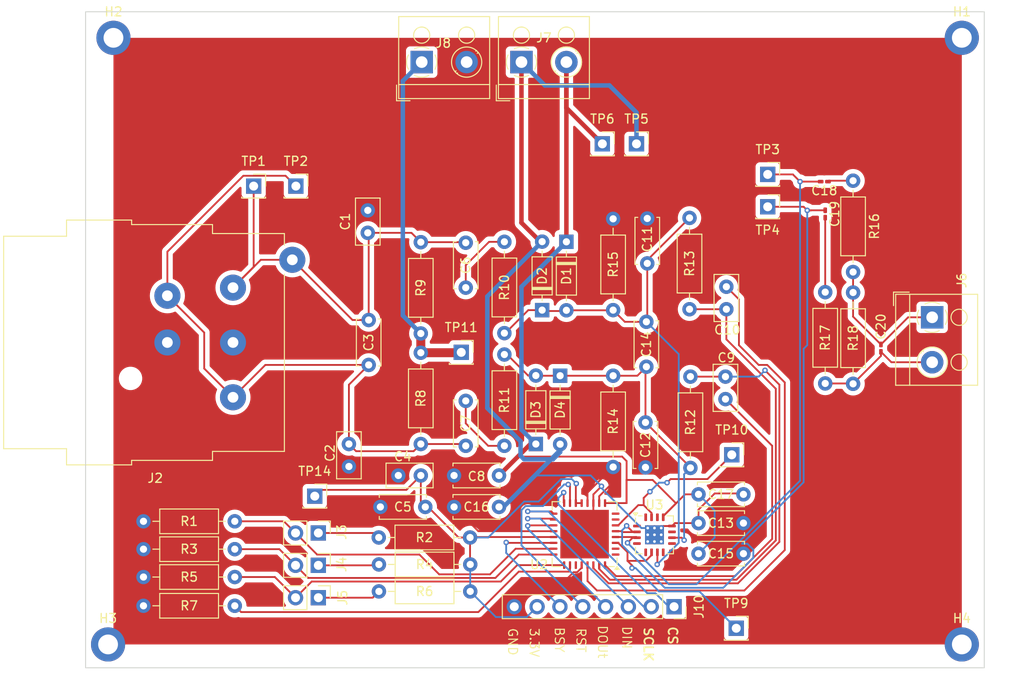
<source format=kicad_pcb>
(kicad_pcb (version 20240108) (generator "pcbnew") (generator_version "8.0")
  (layers (0 "F.Cu" signal) (31 "B.Cu" signal) (34 "B.Paste" user) (35 "F.Paste" user) (36 "B.SilkS" user "B.Silkscreen") (37 "F.SilkS" user "F.Silkscreen") (38 "B.Mask" user) (39 "F.Mask" user) (44 "Edge.Cuts" user))
  (net 0 "")
  (net 1 "-15V")
  (net 2 "+15V")
  (net 3 "Net-(D3-A)")
  (net 4 "GND")
  (net 5 "Net-(J4-Pin_2)")
  (net 6 "Net-(J4-Pin_1)")
  (net 7 "Net-(J5-Pin_1)")
  (net 8 "Net-(J5-Pin_2)")
  (net 9 "out+")
  (net 10 "out-")
  (net 11 "CS")
  (net 12 "Net-(U2B-GPO3)")
  (net 14 "Net-(U2A-SCAP1)")
  (net 15 "Net-(U2A-SOUT2)")
  (net 16 "RST")
  (net 17 "3.3V")
  (net 19 "Net-(U2A-SOUT1)")
  (net 20 "SCLK")
  (net 21 "DOUT")
  (net 25 "DIN")
  (net 26 "BSY")
  (net 27 "Net-(C1-Pad1)")
  (net 28 "Net-(J3-Pin_2)")
  (net 29 "Net-(J3-Pin_1)")
  (net 30 "Net-(C7-Pad1)")
  (net 31 "+48V")
  (net 32 "Net-(D1-A)")
  (net 33 "Net-(C18-Pad2)")
  (net 34 "Net-(C19-Pad2)")
  (net 35 "Net-(J6-Pin_2)")
  (net 36 "Net-(J6-Pin_1)")
  (net 37 "Net-(U2A-Rg2)")
  (net 38 "Net-(U2A-Rg1)")
  (net 39 "Net-(C2-Pad1)")
  (net 40 "Net-(U2A-SCAP2)")
  (net 41 "Net-(C6-Pad1)")
  (footprint "Resistor_THT:R_Axial_DIN0207_L6.3mm_D2.5mm_P10.16mm_Horizontal" (layer "F.Cu") (at 192.8 139.1 180)
    (property "Reference" "R6")
    (property "Value" "4.7k")
  )
  (footprint "Resistor_THT:R_Axial_DIN0207_L6.3mm_D2.5mm_P10.16mm_Horizontal" (layer "F.Cu") (at 187.3 110.4 90)
    (property "Reference" "R9")
    (property "Value" "6.81k")
  )
  (footprint "Resistor_THT:R_Axial_DIN0207_L6.3mm_D2.5mm_P10.16mm_Horizontal" (layer "F.Cu") (at 232.3 105.8 -90)
    (property "Reference" "R17")
    (property "Value" "909")
  )
  (footprint "Connector_PinSocket_2.54mm:PinSocket_1x01_P2.54mm_Vertical" (layer "F.Cu") (at 175.5 128.5)
    (property "Reference" "TP14")
    (property "Value" "TestPoint_Probe")
  )
  (footprint "Capacitor_THT:C_Disc_D5.0mm_W2.5mm_P2.50mm" (layer "F.Cu") (at 221.3 107.7 90)
    (property "Reference" "C10")
    (property "Value" "10u")
  )
  (footprint "Connector_PinSocket_2.54mm:PinSocket_1x08_P2.54mm_Vertical" (layer "F.Cu") (at 215.48 140.8 -90)
    (property "Reference" "J10")
    (property "Value" "Conn_01x08_Pin")
  )
  (footprint "Resistor_THT:R_Axial_DIN0207_L6.3mm_D2.5mm_P10.16mm_Horizontal" (layer "F.Cu") (at 217.2 107.7 90)
    (property "Reference" "R13")
    (property "Value" "1.2Meg")
  )
  (footprint "Capacitor_THT:C_Disc_D5.0mm_W2.5mm_P2.50mm" (layer "F.Cu") (at 187.3 126.2 180)
    (property "Reference" "C4")
    (property "Value" "10u")
  )
  (footprint "Connector_PinSocket_2.54mm:PinSocket_1x01_P2.54mm_Vertical" (layer "F.Cu") (at 225.9 92.7)
    (property "Reference" "TP3")
    (property "Value" "TestPoint_Probe")
  )
  (footprint "Capacitor_THT:C_Disc_D5.0mm_W2.5mm_P2.50mm" (layer "F.Cu") (at 181.4 99.2 90)
    (property "Reference" "C1")
    (property "Value" "22p")
  )
  (footprint "MountingHole:MountingHole_2.2mm_M2_DIN965_Pad_TopBottom" (layer "F.Cu") (at 247.5 77.5)
    (property "Reference" "H1")
    (property "Value" "MountingHole_Pad")
  )
  (footprint "Capacitor_THT:C_Disc_D5.0mm_W2.5mm_P5.00mm" (layer "F.Cu") (at 196 129.7 180)
    (property "Reference" "C16")
    (property "Value" "100n")
  )
  (footprint "TerminalBlock_RND:TerminalBlock_RND_205-00001_1x02_P5.00mm_Horizontal" (layer "F.Cu") (at 198.5 80.2)
    (property "Reference" "J7")
    (property "Value" "Screw_Terminal_01x02")
  )
  (footprint "MountingHole:MountingHole_2.2mm_M2_DIN965_Pad_TopBottom" (layer "F.Cu") (at 152.5 145)
    (property "Reference" "H3")
    (property "Value" "MountingHole_Pad")
  )
  (footprint "Diode_THT:D_DO-35_SOD27_P7.62mm_Horizontal" (layer "F.Cu") (at 200.1 122.7 90)
    (property "Reference" "D3")
    (property "Value" "1N4448")
  )
  (footprint "Resistor_THT:R_Axial_DIN0207_L6.3mm_D2.5mm_P10.16mm_Horizontal" (layer "F.Cu") (at 196.6 100.2 -90)
    (property "Reference" "R10")
    (property "Value" "10")
  )
  (footprint "Connector_PinSocket_2.54mm:PinSocket_1x01_P2.54mm_Vertical" (layer "F.Cu") (at 221.9 123.9)
    (property "Reference" "TP10")
    (property "Value" "TestPoint_Probe")
  )
  (footprint "Capacitor_THT:C_Disc_D5.0mm_W2.5mm_P5.00mm" (layer "F.Cu") (at 212.3 120.3 -90)
    (property "Reference" "C12")
    (property "Value" "100p")
  )
  (footprint "Resistor_THT:R_Axial_DIN0207_L6.3mm_D2.5mm_P10.16mm_Horizontal" (layer "F.Cu") (at 208.7 115.1 -90)
    (property "Reference" "R14")
    (property "Value" "1.2k")
  )
  (footprint "Connector_PinSocket_2.54mm:PinSocket_1x01_P2.54mm_Vertical" (layer "F.Cu") (at 222.4 143.2)
    (property "Reference" "TP9")
    (property "Value" "TestPoint_Probe")
  )
  (footprint "Resistor_THT:R_Axial_DIN0207_L6.3mm_D2.5mm_P10.16mm_Horizontal" (layer "F.Cu") (at 166.6 137.5 180)
    (property "Reference" "R5")
    (property "Value" "47k")
  )
  (footprint "Connector_Audio:Jack_XLR-6.35mm_Neutrik_NCJ5FI-H-0_Horizontal" (layer "F.Cu") (at 166.4 117.5 180)
    (property "Reference" "J2")
    (property "Value" "NCJ5FI-H-0")
  )
  (footprint "Capacitor_THT:C_Disc_D5.0mm_W2.5mm_P5.00mm" (layer "F.Cu") (at 212.5 102.6 90)
    (property "Reference" "C11")
    (property "Value" "100p")
  )
  (footprint "Capacitor_THT:C_Disc_D5.0mm_W2.5mm_P2.50mm" (layer "F.Cu") (at 179.3 122.7 -90)
    (property "Reference" "C2")
    (property "Value" "22p")
  )
  (footprint "Resistor_THT:R_Axial_DIN0207_L6.3mm_D2.5mm_P10.16mm_Horizontal" (layer "F.Cu") (at 166.6 140.7 180)
    (property "Reference" "R7")
    (property "Value" "47k")
  )
  (footprint "Resistor_THT:R_Axial_DIN0207_L6.3mm_D2.5mm_P10.16mm_Horizontal" (layer "F.Cu") (at 208.7 107.8 90)
    (property "Reference" "R15")
    (property "Value" "1.2k")
  )
  (footprint "Resistor_THT:R_Axial_DIN0207_L6.3mm_D2.5mm_P10.16mm_Horizontal" (layer "F.Cu") (at 235.4 116 90)
    (property "Reference" "R18")
    (property "Value" "249")
  )
  (footprint "Resistor_THT:R_Axial_DIN0207_L6.3mm_D2.5mm_P10.16mm_Horizontal" (layer "F.Cu") (at 166.6 134.4 180)
    (property "Reference" "R3")
    (property "Value" "47k")
  )
  (footprint "MountingHole:MountingHole_2.2mm_M2_DIN965_Pad_TopBottom" (layer "F.Cu") (at 153.1 77.5)
    (property "Reference" "H2")
    (property "Value" "MountingHole_Pad")
  )
  (footprint "Resistor_THT:R_Axial_DIN0207_L6.3mm_D2.5mm_P10.16mm_Horizontal" (layer "F.Cu") (at 192.8 136.1 180)
    (property "Reference" "R4")
    (property "Value" "4.7k")
  )
  (footprint "Capacitor_SMD:C_0201_0603Metric_Pad0.64x0.40mm_HandSolder" (layer "F.Cu") (at 232.3 97.1 -90)
    (property "Reference" "C19")
    (property "Value" "47u")
  )
  (footprint "Connector_PinHeader_2.54mm:PinHeader_1x02_P2.54mm_Vertical" (layer "F.Cu") (at 175.9 132.6 -90)
    (property "Reference" "J3")
    (property "Value" "Conn_01x02_Pin")
  )
  (footprint "Connector_PinSocket_2.54mm:PinSocket_1x01_P2.54mm_Vertical" (layer "F.Cu") (at 211.3 89.3)
    (property "Reference" "TP5")
    (property "Value" "TestPoint_Probe")
  )
  (footprint "Capacitor_THT:C_Disc_D5.0mm_W2.5mm_P5.00mm" (layer "F.Cu") (at 218.2 128.3)
    (property "Reference" "C17")
    (property "Value" "100n")
  )
  (footprint "Diode_THT:D_DO-35_SOD27_P7.62mm_Horizontal" (layer "F.Cu") (at 203.5 100.2 -90)
    (property "Reference" "D1")
    (property "Value" "1N4448")
  )
  (footprint "Resistor_THT:R_Axial_DIN0207_L6.3mm_D2.5mm_P10.16mm_Horizontal" (layer "F.Cu") (at 196.6 122.9 90)
    (property "Reference" "R11")
    (property "Value" "10")
  )
  (footprint "MountingHole:MountingHole_2.2mm_M2_DIN965_Pad_TopBottom" (layer "F.Cu") (at 247.5 145)
    (property "Reference" "H4")
    (property "Value" "MountingHole_Pad")
  )
  (footprint "Resistor_THT:R_Axial_DIN0207_L6.3mm_D2.5mm_P10.16mm_Horizontal" (layer "F.Cu") (at 187.3 122.7 90)
    (property "Reference" "R8")
    (property "Value" "6.81k")
  )
  (footprint "Connector_PinSocket_2.54mm:PinSocket_1x01_P2.54mm_Vertical" (layer "F.Cu") (at 168.7 94)
    (property "Reference" "TP1")
    (property "Value" "TestPoint_Probe")
  )
  (footprint "TerminalBlock_RND:TerminalBlock_RND_205-00001_1x02_P5.00mm_Horizontal" (layer "F.Cu") (at 244.2 108.6 -90)
    (property "Reference" "J6")
    (property "Value" "Screw_Terminal_01x02")
  )
  (footprint "Capacitor_THT:C_Disc_D5.0mm_W2.5mm_P5.00mm" (layer "F.Cu") (at 218.2 131.5)
    (property "Reference" "C13")
    (property "Value" "100n")
  )
  (footprint "Resistor_THT:R_Axial_DIN0207_L6.3mm_D2.5mm_P10.16mm_Horizontal" (layer "F.Cu") (at 166.6 131.3 180)
    (property "Reference" "R1")
    (property "Value" "47k")
  )
  (footprint "Connector_PinSocket_2.54mm:PinSocket_1x01_P2.54mm_Vertical" (layer "F.Cu") (at 225.9 96.3)
    (property "Reference" "TP4")
    (property "Value" "TestPoint_Probe")
  )
  (footprint "Capacitor_THT:C_Disc_D5.0mm_W2.5mm_P5.00mm" (layer "F.Cu") (at 192.3 117.9 -90)
    (property "Reference" "C7")
    (property "Value" "47u")
  )
  (footprint "Resistor_THT:R_Axial_DIN0207_L6.3mm_D2.5mm_P10.16mm_Horizontal" (layer "F.Cu") (at 235.4 93.4 -90)
    (property "Reference" "R16")
    (property "Value" "909")
  )
  (footprint "Connector_PinSocket_2.54mm:PinSocket_1x01_P2.54mm_Vertical" (layer "F.Cu") (at 191.8 112.5)
    (property "Reference" "TP11")
    (property "Value" "TestPoint_Probe")
  )
  (footprint "Capacitor_THT:C_Disc_D5.0mm_W2.5mm_P5.00mm" (layer "F.Cu") (at 196 126.2 180)
    (property "Reference" "C8")
    (property "Value" "100n")
  )
  (footprint "Diode_THT:D_DO-35_SOD27_P7.62mm_Horizontal" (layer "F.Cu") (at 202.8 115.1 -90)
    (property "Reference" "D4")
    (property "Value" "1N4448")
  )
  (footprint "Connector_PinHeader_2.54mm:PinHeader_1x02_P2.54mm_Vertical" (layer "F.Cu") (at 175.9 136.2 -90)
    (property "Reference" "J4")
    (property "Value" "Conn_01x02_Pin")
  )
  (footprint "TerminalBlock_RND:TerminalBlock_RND_205-00001_1x02_P5.00mm_Horizontal" (layer "F.Cu") (at 187.4 80.2)
    (property "Reference" "J8")
    (property "Value" "Screw_Terminal_01x02")
  )
  (footprint "Package_DFN_QFN:QFN-32-1EP_7x7mm_P0.65mm_EP5.4x5.4mm" (layer "F.Cu") (at 205.525 132.725 180)
    (property "Reference" "U2")
    (property "Value" "THAT5171")
  )
  (footprint "Capacitor_THT:C_Disc_D5.0mm_W2.5mm_P2.50mm" (layer "F.Cu") (at 221.2 115.2 -90)
    (property "Reference" "C9")
    (property "Value" "10u")
  )
  (footprint "Package_DFN_QFN:QFN-16-1EP_4x4mm_P0.65mm_EP2.1x2.1mm_ThermalVias" (layer "F.Cu") (at 213.3 132.8)
    (property "Reference" "U3")
    (property "Value" "THAT1580")
  )
  (footprint "Capacitor_THT:C_Disc_D5.0mm_W2.5mm_P5.00mm" (layer "F.Cu") (at 181.5 108.9 -90)
    (property "Reference" "C3")
    (property "Value" "220p")
  )
  (footprint "Capacitor_THT:C_Disc_D5.0mm_W2.5mm_P5.00mm" (layer "F.Cu") (at 212.4 109.1 -90)
    (property "Reference" "C14")
    (property "Value" "220p")
  )
  (footprint "Capacitor_SMD:C_0201_0603Metric_Pad0.64x0.40mm_HandSolder" (layer "F.Cu") (at 232.2 93.5)
    (property "Reference" "C18")
    (property "Value" "47u")
  )
  (footprint "Capacitor_THT:C_Disc_D5.0mm_W2.5mm_P5.00mm" (layer "F.Cu") (at 218.2 134.9)
    (property "Reference" "C15")
    (property "Value" "100n")
  )
  (footprint "Connector_PinSocket_2.54mm:PinSocket_1x01_P2.54mm_Vertical" (layer "F.Cu") (at 173.4 94)
    (property "Reference" "TP2")
    (property "Value" "TestPoint_Probe")
  )
  (footprint "Resistor_THT:R_Axial_DIN0207_L6.3mm_D2.5mm_P10.16mm_Horizontal" (layer "F.Cu") (at 217.3 115.2 -90)
    (property "Reference" "R12")
    (property "Value" "1.2Meg")
  )
  (footprint "Capacitor_THT:C_Disc_D5.0mm_W2.5mm_P5.00mm" (layer "F.Cu") (at 192.3 105.3 90)
    (property "Reference" "C6")
    (property "Value" "47u")
  )
  (footprint "Diode_THT:D_DO-35_SOD27_P7.62mm_Horizontal" (layer "F.Cu") (at 200.8 107.8 90)
    (property "Reference" "D2")
    (property "Value" "1N4448")
  )
  (footprint "Connector_PinHeader_2.54mm:PinHeader_1x02_P2.54mm_Vertical" (layer "F.Cu") (at 175.9 139.8 -90)
    (property "Reference" "J5")
    (property "Value" "Conn_01x02_Pin")
  )
  (footprint "Capacitor_THT:C_Disc_D5.0mm_W2.5mm_P5.00mm" (layer "F.Cu") (at 187.8 129.7 180)
    (property "Reference" "C5")
    (property "Value" "100n")
  )
  (footprint "Connector_PinSocket_2.54mm:PinSocket_1x01_P2.54mm_Vertical" (layer "F.Cu") (at 207.5 89.3)
    (property "Reference" "TP6")
    (property "Value" "TestPoint_Probe")
  )
  (footprint "Resistor_THT:R_Axial_DIN0207_L6.3mm_D2.5mm_P10.16mm_Horizontal" (layer "F.Cu") (at 192.78 133.1 180)
    (property "Reference" "R2")
    (property "Value" "4.7k")
  )
  (footprint "Capacitor_SMD:C_0201_0603Metric_Pad0.64x0.40mm_HandSolder" (layer "F.Cu") (at 238.5 112.0325 -90)
    (property "Reference" "C20")
    (property "Value" "2n7")
  )
  (gr_rect (start 150 74.6) (end 250 147.6) (stroke (width 0.1)) (fill none) (layer "Edge.Cuts"))
  (gr_text "SCLK" (at 212.04 143 -90) (layer "F.SilkS") (effects (font (size 1 1) (thickness 0.1875)) (justify left bottom)))
  (gr_text "RST" (at 204.54 143.1 -90) (layer "F.SilkS") (effects (font (size 1 1) (thickness 0.125)) (justify left bottom)))
  (gr_text "3.3V" (at 199.34 143.1 -90) (layer "F.SilkS") (effects (font (size 1 1) (thickness 0.125)) (justify left bottom)))
  (gr_text "GND" (at 196.94 143.1 -90) (layer "F.SilkS") (effects (font (size 1 1) (thickness 0.125)) (justify left bottom)))
  (gr_text "BSY" (at 202.14 143 -90) (layer "F.SilkS") (effects (font (size 1 1) (thickness 0.125)) (justify left bottom)))
  (gr_text "CS" (at 214.74 142.9 -90) (layer "F.SilkS") (effects (font (size 1 1) (thickness 0.1875)) (justify left bottom)))
  (gr_text "DIN" (at 209.64 142.9 -90) (layer "F.SilkS") (effects (font (size 1 1) (thickness 0.125)) (justify left bottom)))
  (gr_text "DOUt" (at 206.94 142.8 -90) (layer "F.SilkS") (effects (font (size 1 1) (thickness 0.125)) (justify left bottom)))
  (segment (start 206.5 128.30853) (end 207.404265 127.404265) (width 0.2) (layer "F.Cu") (net 1))
  (segment (start 223.2 128.3) (end 223.1 128.2) (width 0.2) (layer "F.Cu") (net 1))
  (segment (start 218.2 130) (end 218.2 131.5) (width 0.2) (layer "F.Cu") (net 1))
  (segment (start 198.5 98.08) (end 200.6 100.18) (width 0.5) (layer "F.Cu") (net 1))
  (segment (start 205.525 132.725) (end 206.5 131.75) (width 0.2) (layer "F.Cu") (net 1))
  (segment (start 206.5 129.275) (end 206.5 128.30853) (width 0.2) (layer "F.Cu") (net 1))
  (segment (start 206.5 131.75) (end 206.5 129.275) (width 0.2) (layer "F.Cu") (net 1))
  (segment (start 200.6 100.18) (end 200.8 100.18) (width 0.5) (layer "F.Cu") (net 1))
  (segment (start 220 128.2) (end 218.2 130) (width 0.2) (layer "F.Cu") (net 1))
  (segment (start 215.575 131.5) (end 215.25 131.825) (width 0.2) (layer "F.Cu") (net 1))
  (segment (start 215.25 131.825) (end 214.275 131.825) (width 0.2) (layer "F.Cu") (net 1))
  (segment (start 198.5 80.2) (end 198.5 98.08) (width 0.5) (layer "F.Cu") (net 1))
  (segment (start 214.275 131.825) (end 213.3 132.8) (width 0.2) (layer "F.Cu") (net 1))
  (segment (start 223.1 128.2) (end 220 128.2) (width 0.2) (layer "F.Cu") (net 1))
  (segment (start 218.2 131.5) (end 215.575 131.5) (width 0.2) (layer "F.Cu") (net 1))
  (via (at 207.404265 127.404265) (size 0.6) (drill 0.3) (layers "F.Cu" "B.Cu") (net 1))
  (segment (start 202.8 122.72) (end 202.8 123.4) (width 0.5) (layer "B.Cu") (net 1))
  (segment (start 202.8 123.4) (end 196.5 129.7) (width 0.5) (layer "B.Cu") (net 1))
  (segment (start 198.4 124) (end 198.4 122.4) (width 0.5) (layer "B.Cu") (net 1))
  (segment (start 201.1 82.8) (end 198.5 80.2) (width 0.5) (layer "B.Cu") (net 1))
  (segment (start 211.85 132.05) (end 212.55 132.05) (width 0.2) (layer "B.Cu") (net 1))
  (segment (start 211.3 89.3) (end 211.3 85.807968) (width 0.5) (layer "B.Cu") (net 1))
  (segment (start 211.3 85.807968) (end 208.292032 82.8) (width 0.5) (layer "B.Cu") (net 1))
  (segment (start 207.404265 127.604265) (end 211.85 132.05) (width 0.2) (layer "B.Cu") (net 1))
  (segment (start 196.5 129.7) (end 200 126.2) (width 0.2) (layer "B.Cu") (net 1))
  (segment (start 202.8 123.6) (end 202 124.4) (width 0.5) (layer "B.Cu") (net 1))
  (segment (start 198.4 122.4) (end 194.7 118.7) (width 0.5) (layer "B.Cu") (net 1))
  (segment (start 198.8 124.4) (end 198.4 124) (width 0.5) (layer "B.Cu") (net 1))
  (segment (start 202.8 122.72) (end 202.8 123.6) (width 0.5) (layer "B.Cu") (net 1))
  (segment (start 194.7 106.28) (end 200.8 100.18) (width 0.5) (layer "B.Cu") (net 1))
  (segment (start 207.404265 127.404265) (end 207.404265 127.604265) (width 0.2) (layer "B.Cu") (net 1))
  (segment (start 194.7 118.7) (end 194.7 106.28) (width 0.5) (layer "B.Cu") (net 1))
  (segment (start 196.5 129.7) (end 196 129.7) (width 0.5) (layer "B.Cu") (net 1))
  (segment (start 208.292032 82.8) (end 201.1 82.8) (width 0.5) (layer "B.Cu") (net 1))
  (segment (start 206.2 126.2) (end 207.404265 127.404265) (width 0.2) (layer "B.Cu") (net 1))
  (segment (start 200 126.2) (end 206.2 126.2) (width 0.2) (layer "B.Cu") (net 1))
  (segment (start 202 124.4) (end 198.8 124.4) (width 0.5) (layer "B.Cu") (net 1))
  (segment (start 210.2 124.6) (end 210.2 129.275) (width 0.2) (layer "F.Cu") (net 2))
  (segment (start 200.1 122.7) (end 199.5 122.7) (width 0.5) (layer "F.Cu") (net 2))
  (segment (start 210.2 129.275) (end 207.8 129.275) (width 0.2) (layer "F.Cu") (net 2))
  (segment (start 203.5 85.3) (end 207.5 89.3) (width 0.5) (layer "F.Cu") (net 2))
  (segment (start 216.7 128.3) (end 214.3 130.7) (width 0.2) (layer "F.Cu") (net 2))
  (segment (start 213.1 126.7) (end 210.2 126.7) (width 0.2) (layer "F.Cu") (net 2))
  (segment (start 199.5 122.7) (end 196 126.2) (width 0.5) (layer "F.Cu") (net 2))
  (segment (start 215.7 129.3) (end 213.1 126.7) (width 0.2) (layer "F.Cu") (net 2))
  (segment (start 214.3 130.7) (end 214.275 130.725) (width 0.2) (layer "F.Cu") (net 2))
  (segment (start 214.3 130.7) (end 215.7 129.3) (width 0.2) (layer "F.Cu") (net 2))
  (segment (start 203.5 80.2) (end 203.5 85.3) (width 0.5) (layer "F.Cu") (net 2))
  (segment (start 198.1 124.1) (end 209.7 124.1) (width 0.2) (layer "F.Cu") (net 2))
  (segment (start 218.2 128.3) (end 216.7 128.3) (width 0.2) (layer "F.Cu") (net 2))
  (segment (start 209.7 124.1) (end 210.2 124.6) (width 0.2) (layer "F.Cu") (net 2))
  (segment (start 214.275 130.725) (end 214.275 130.85) (width 0.2) (layer "F.Cu") (net 2))
  (segment (start 203.5 80.2) (end 203.5 100.2) (width 0.5) (layer "F.Cu") (net 2))
  (segment (start 210.2 126.7) (end 210.2 129.275) (width 0.2) (layer "F.Cu") (net 2))
  (segment (start 196 126.2) (end 198.1 124.1) (width 0.2) (layer "F.Cu") (net 2))
  (segment (start 200.1 122.7) (end 198.5 121.1) (width 0.5) (layer "B.Cu") (net 2))
  (segment (start 198.5 105.2) (end 203.5 100.2) (width 0.5) (layer "B.Cu") (net 2))
  (segment (start 198.5 121.1) (end 198.5 105.2) (width 0.5) (layer "B.Cu") (net 2))
  (segment (start 218.2 134.9) (end 220 133.1) (width 0.2) (layer "B.Cu") (net 2))
  (segment (start 220 133.1) (end 220 130.1) (width 0.2) (layer "B.Cu") (net 2))
  (segment (start 220 130.1) (end 218.2 128.3) (width 0.2) (layer "B.Cu") (net 2))
  (segment (start 200.12 115.1) (end 202.8 115.1) (width 0.2) (layer "F.Cu") (net 3))
  (segment (start 212.3 120.3) (end 217.3 125.3) (width 0.2) (layer "F.Cu") (net 3))
  (segment (start 211.4 115.1) (end 208.7 115.1) (width 0.2) (layer "F.Cu") (net 3))
  (segment (start 196.9 112.74) (end 199.24 115.08) (width 0.2) (layer "F.Cu") (net 3))
  (segment (start 212.3 120.3) (end 212.3 114.2) (width 0.2) (layer "F.Cu") (net 3))
  (segment (start 217.3 125.3) (end 217.3 125.36) (width 0.2) (layer "F.Cu") (net 3))
  (segment (start 208.7 115.1) (end 202.8 115.1) (width 0.2) (layer "F.Cu") (net 3))
  (segment (start 196.6 112.74) (end 196.9 112.74) (width 0.2) (layer "F.Cu") (net 3))
  (segment (start 215.25 133.125) (end 216.325 133.125) (width 0.2) (layer "F.Cu") (net 3))
  (segment (start 200.1 115.08) (end 200.12 115.1) (width 0.2) (layer "F.Cu") (net 3))
  (segment (start 216.325 133.125) (end 216.6 133.4) (width 0.2) (layer "F.Cu") (net 3))
  (segment (start 212.4 114.1) (end 211.4 115.1) (width 0.2) (layer "F.Cu") (net 3))
  (segment (start 199.24 115.08) (end 200.1 115.08) (width 0.2) (layer "F.Cu") (net 3))
  (segment (start 212.3 114.2) (end 212.4 114.1) (width 0.2) (layer "F.Cu") (net 3))
  (via (at 216.6 133.4) (size 0.6) (drill 0.3) (layers "F.Cu" "B.Cu") (net 3))
  (segment (start 216.6 126.06) (end 217.3 125.36) (width 0.2) (layer "B.Cu") (net 3))
  (segment (start 216.6 133.4) (end 216.6 126.06) (width 0.2) (layer "B.Cu") (net 3))
  (segment (start 207.15 129.275) (end 207.15 128.507059) (width 0.2) (layer "F.Cu") (net 4))
  (segment (start 205.85 129.275) (end 205.85 128.11) (width 0.2) (layer "F.Cu") (net 4))
  (segment (start 199.5 139) (end 197.7 140.8) (width 0.2) (layer "F.Cu") (net 4))
  (segment (start 205.2 136.464386) (end 204.6987 136.965686) (width 0.2) (layer "F.Cu") (net 4))
  (segment (start 202.075 132.4) (end 193.7 132.4) (width 0.2) (layer "F.Cu") (net 4))
  (segment (start 205.85 128.11) (end 208.7 125.26) (width 0.2) (layer "F.Cu") (net 4))
  (segment (start 204.6987 136.965686) (end 204.3 136.965686) (width 0.2) (layer "F.Cu") (net 4))
  (segment (start 205.2 136.175) (end 205.2 136.464386) (width 0.2) (layer "F.Cu") (net 4))
  (segment (start 202.265686 139) (end 199.5 139) (width 0.2) (layer "F.Cu") (net 4))
  (segment (start 193.7 132.4) (end 191 129.7) (width 0.2) (layer "F.Cu") (net 4))
  (segment (start 204.3 136.965686) (end 202.265686 139) (width 0.2) (layer "F.Cu") (net 4))
  (segment (start 208.7 126.957059) (end 208.7 125.26) (width 0.2) (layer "F.Cu") (net 4))
  (segment (start 207.15 128.507059) (end 208.7 126.957059) (width 0.2) (layer "F.Cu") (net 4))
  (segment (start 166.6 134.4) (end 171.56 134.4) (width 0.2) (layer "F.Cu") (net 5))
  (segment (start 174.76 137.6) (end 195.6 137.6) (width 0.2) (layer "F.Cu") (net 5))
  (segment (start 173.36 136.2) (end 174.76 137.6) (width 0.2) (layer "F.Cu") (net 5))
  (segment (start 198.2 135) (end 202.075 135) (width 0.2) (layer "F.Cu") (net 5))
  (segment (start 171.56 134.4) (end 173.36 136.2) (width 0.2) (layer "F.Cu") (net 5))
  (segment (start 195.6 137.6) (end 198.2 135) (width 0.2) (layer "F.Cu") (net 5))
  (segment (start 182.54 136.2) (end 182.64 136.1) (width 0.2) (layer "F.Cu") (net 6))
  (segment (start 175.9 136.2) (end 182.54 136.2) (width 0.2) (layer "F.Cu") (net 6))
  (segment (start 181.94 139.8) (end 182.64 139.1) (width 0.2) (layer "F.Cu") (net 7))
  (segment (start 175.9 139.8) (end 181.94 139.8) (width 0.2) (layer "F.Cu") (net 7))
  (segment (start 196.2 138) (end 198.025 136.175) (width 0.2) (layer "F.Cu") (net 8))
  (segment (start 166.6 137.5) (end 171.06 137.5) (width 0.2) (layer "F.Cu") (net 8))
  (segment (start 173.36 139.8) (end 175.16 138) (width 0.2) (layer "F.Cu") (net 8))
  (segment (start 171.06 137.5) (end 173.36 139.8) (width 0.2) (layer "F.Cu") (net 8))
  (segment (start 175.16 138) (end 196.2 138) (width 0.2) (layer "F.Cu") (net 8))
  (segment (start 198.025 136.175) (end 203.25 136.175) (width 0.2) (layer "F.Cu") (net 8))
  (segment (start 225.9 92.7) (end 228.7 92.7) (width 0.2) (layer "F.Cu") (net 9))
  (segment (start 211.35 133.125) (end 210.875 133.125) (width 0.2) (layer "F.Cu") (net 9))
  (segment (start 229.5 93.5) (end 231.7925 93.5) (width 0.2) (layer "F.Cu") (net 9))
  (segment (start 211.275 133.05) (end 208.975 133.05) (width 0.2) (layer "F.Cu") (net 9))
  (segment (start 228.7 92.7) (end 229.5 93.5) (width 0.2) (layer "F.Cu") (net 9))
  (segment (start 210.875 133.125) (end 210.3 133.7) (width 0.2) (layer "F.Cu") (net 9))
  (segment (start 211.35 133.125) (end 211.275 133.05) (width 0.2) (layer "F.Cu") (net 9))
  (via (at 229.5 93.5) (size 0.6) (drill 0.3) (layers "F.Cu" "B.Cu") (net 9))
  (via (at 210.3 133.7) (size 0.6) (drill 0.3) (layers "F.Cu" "B.Cu") (net 9))
  (segment (start 217.98 138.3) (end 229.5 126.78) (width 0.2) (layer "B.Cu") (net 9))
  (segment (start 214.9 138.3) (end 217.98 138.3) (width 0.2) (layer "B.Cu") (net 9))
  (segment (start 229.5 126.78) (end 229.5 93.5) (width 0.2) (layer "B.Cu") (net 9))
  (segment (start 210.3 133.7) (end 214.9 138.3) (width 0.2) (layer "B.Cu") (net 9))
  (segment (start 211.325 132.5) (end 209.712501 132.5) (width 0.2) (layer "F.Cu") (net 10))
  (segment (start 211.35 132.475) (end 210.875 132.475) (width 0.2) (layer "F.Cu") (net 10))
  (segment (start 229.9 96.3) (end 230.3 96.7) (width 0.2) (layer "F.Cu") (net 10))
  (segment (start 210.875 132.475) (end 210.2 131.8) (width 0.2) (layer "F.Cu") (net 10))
  (segment (start 225.9 96.3) (end 229.9 96.3) (width 0.2) (layer "F.Cu") (net 10))
  (segment (start 230.7075 96.6925) (end 232.3 96.6925) (width 0.2) (layer "F.Cu") (net 10))
  (segment (start 230.3 96.7) (end 230.7 96.7) (width 0.2) (layer "F.Cu") (net 10))
  (segment (start 209.612501 132.4) (end 208.975 132.4) (width 0.2) (layer "F.Cu") (net 10))
  (segment (start 209.712501 132.5) (end 209.612501 132.4) (width 0.2) (layer "F.Cu") (net 10))
  (segment (start 230.7 96.7) (end 230.7075 96.6925) (width 0.2) (layer "F.Cu") (net 10))
  (segment (start 211.35 132.475) (end 211.325 132.5) (width 0.2) (layer "F.Cu") (net 10))
  (via (at 230.3 96.7) (size 0.6) (drill 0.3) (layers "F.Cu" "B.Cu") (net 10))
  (via (at 210.2 131.8) (size 0.6) (drill 0.3) (layers "F.Cu" "B.Cu") (net 10))
  (segment (start 209.7 132.3) (end 209.7 133.948529) (width 0.2) (layer "B.Cu") (net 10))
  (segment (start 220.955635 138.7) (end 224.3 135.355635) (width 0.2) (layer "B.Cu") (net 10))
  (segment (start 230.3 96.8) (end 230.3 96.7) (width 0.2) (layer "B.Cu") (net 10))
  (segment (start 224.3 135.355635) (end 224.3 134.444365) (width 0.2) (layer "B.Cu") (net 10))
  (segment (start 229.9 126.945686) (end 229.9 112.1) (width 0.2) (layer "B.Cu") (net 10))
  (segment (start 229.9 112.1) (end 230.3 111.7) (width 0.2) (layer "B.Cu") (net 10))
  (segment (start 210.2 131.8) (end 209.7 132.3) (width 0.2) (layer "B.Cu") (net 10))
  (segment (start 209.7 133.948529) (end 214.451471 138.7) (width 0.2) (layer "B.Cu") (net 10))
  (segment (start 214.451471 138.7) (end 220.955635 138.7) (width 0.2) (layer "B.Cu") (net 10))
  (segment (start 230.3 111.7) (end 230.3 96.8) (width 0.2) (layer "B.Cu") (net 10))
  (segment (start 223.045685 133.8) (end 229.9 126.945686) (width 0.2) (layer "B.Cu") (net 10))
  (segment (start 223.655635 133.8) (end 223.045685 133.8) (width 0.2) (layer "B.Cu") (net 10))
  (segment (start 224.3 134.444365) (end 223.655635 133.8) (width 0.2) (layer "B.Cu") (net 10))
  (segment (start 203.2 128.1) (end 203.2 129.225) (width 0.2) (layer "F.Cu") (net 11))
  (segment (start 203.2 129.225) (end 203.25 129.275) (width 0.2) (layer "F.Cu") (net 11))
  (via (at 203.2 128.1) (size 0.6) (drill 0.3) (layers "F.Cu" "B.Cu") (net 11))
  (segment (start 202.6 129.4) (end 212.5 139.3) (width 0.2) (layer "B.Cu") (net 11))
  (segment (start 202.6 128.7) (end 202.6 129.4) (width 0.2) (layer "B.Cu") (net 11))
  (segment (start 212.5 139.3) (end 213.4 139.3) (width 0.2) (layer "B.Cu") (net 11))
  (segment (start 203.2 128.1) (end 202.6 128.7) (width 0.2) (layer "B.Cu") (net 11))
  (segment (start 214.9 140.8) (end 215.48 140.8) (width 0.2) (layer "B.Cu") (net 11))
  (segment (start 213.4 139.3) (end 214.9 140.8) (width 0.2) (layer "B.Cu") (net 11))
  (segment (start 167.3 141.4) (end 193.7 141.4) (width 0.2) (layer "F.Cu") (net 12))
  (segment (start 193.7 141.4) (end 198.2 136.9) (width 0.2) (layer "F.Cu") (net 12))
  (segment (start 203.8 136.9) (end 203.9 136.8) (width 0.2) (layer "F.Cu") (net 12))
  (segment (start 198.2 136.9) (end 203.8 136.9) (width 0.2) (layer "F.Cu") (net 12))
  (segment (start 203.9 136.8) (end 203.9 136.175) (width 0.2) (layer "F.Cu") (net 12))
  (segment (start 166.6 140.7) (end 167.3 141.4) (width 0.2) (layer "F.Cu") (net 12))
  (segment (start 222.7 111.7) (end 222.7 106.6) (width 0.2) (layer "F.Cu") (net 14))
  (segment (start 205.85 136.175) (end 205.85 137.95) (width 0.2) (layer "F.Cu") (net 14))
  (segment (start 223.3 139) (end 227.8 134.5) (width 0.2) (layer "F.Cu") (net 14))
  (segment (start 222.7 106.6) (end 221.3 105.2) (width 0.2) (layer "F.Cu") (net 14))
  (segment (start 227.8 115.851471) (end 225.848529 113.9) (width 0.2) (layer "F.Cu") (net 14))
  (segment (start 206.9 139) (end 223.3 139) (width 0.2) (layer "F.Cu") (net 14))
  (segment (start 227.8 134.5) (end 227.8 115.851471) (width 0.2) (layer "F.Cu") (net 14))
  (segment (start 225.848529 113.9) (end 224.9 113.9) (width 0.2) (layer "F.Cu") (net 14))
  (segment (start 205.85 137.95) (end 206.9 139) (width 0.2) (layer "F.Cu") (net 14))
  (segment (start 224.9 113.9) (end 222.7 111.7) (width 0.2) (layer "F.Cu") (net 14))
  (segment (start 226.4 133.255635) (end 226.4 122.9) (width 0.2) (layer "F.Cu") (net 15))
  (segment (start 207.8 136.175) (end 209.025 137.4) (width 0.2) (layer "F.Cu") (net 15))
  (segment (start 209.025 137.4) (end 222.255635 137.4) (width 0.2) (layer "F.Cu") (net 15))
  (segment (start 222.255635 137.4) (end 226.4 133.255635) (width 0.2) (layer "F.Cu") (net 15))
  (segment (start 226.4 122.9) (end 221.2 117.7) (width 0.2) (layer "F.Cu") (net 15))
  (segment (start 203.9 127.4) (end 203.9 129.275) (width 0.2) (layer "F.Cu") (net 16))
  (segment (start 203.7 127.2) (end 203.9 127.4) (width 0.2) (layer "F.Cu") (net 16))
  (via (at 203.7 127.2) (size 0.6) (drill 0.3) (layers "F.Cu" "B.Cu") (net 16))
  (segment (start 203.251471 127.2) (end 203.7 127.2) (width 0.2) (layer "B.Cu") (net 16))
  (segment (start 198.5 130.051468) (end 198.951471 129.599997) (width 0.2) (layer "B.Cu") (net 16))
  (segment (start 198.5 133.98) (end 198.5 130.051468) (width 0.2) (layer "B.Cu") (net 16))
  (segment (start 200.900003 129.599997) (end 202.6 127.9) (width 0.2) (layer "B.Cu") (net 16))
  (segment (start 205.32 140.8) (end 198.5 133.98) (width 0.2) (layer "B.Cu") (net 16))
  (segment (start 202.6 127.851471) (end 203.251471 127.2) (width 0.2) (layer "B.Cu") (net 16))
  (segment (start 198.951471 129.599997) (end 200.900003 129.599997) (width 0.2) (layer "B.Cu") (net 16))
  (segment (start 202.6 127.9) (end 202.6 127.851471) (width 0.2) (layer "B.Cu") (net 16))
  (segment (start 175.5 128.5) (end 176.2 127.8) (width 0.2) (layer "F.Cu") (net 17))
  (segment (start 187.8 129.7) (end 188.1 129.7) (width 0.2) (layer "F.Cu") (net 17))
  (segment (start 187.3 129.2) (end 187.8 129.7) (width 0.2) (layer "F.Cu") (net 17))
  (segment (start 204.55 127.15) (end 204.55 129.275) (width 0.2) (layer "F.Cu") (net 17))
  (segment (start 202.075 133.05) (end 192.83 133.05) (width 0.2) (layer "F.Cu") (net 17))
  (segment (start 192.83 133.05) (end 192.78 133.1) (width 0.2) (layer "F.Cu") (net 17))
  (segment (start 192.78 133.1) (end 192.78 136.08) (width 0.2) (layer "F.Cu") (net 17))
  (segment (start 176.2 127.8) (end 185.7 127.8) (width 0.2) (layer "F.Cu") (net 17))
  (segment (start 191.5 133.1) (end 192.78 133.1) (width 0.2) (layer "F.Cu") (net 17))
  (segment (start 204.6 127.1) (end 204.55 127.15) (width 0.2) (layer "F.Cu") (net 17))
  (segment (start 188.1 129.7) (end 191.5 133.1) (width 0.2) (layer "F.Cu") (net 17))
  (segment (start 192.78 136.08) (end 192.8 136.1) (width 0.2) (layer "F.Cu") (net 17))
  (segment (start 187.3 126.2) (end 187.3 129.2) (width 0.2) (layer "F.Cu") (net 17))
  (segment (start 205.2 129.275) (end 204.55 129.275) (width 0.2) (layer "F.Cu") (net 17))
  (segment (start 185.7 127.8) (end 187.3 126.2) (width 0.2) (layer "F.Cu") (net 17))
  (via (at 204.6 127.1) (size 0.6) (drill 0.3) (layers "F.Cu" "B.Cu") (net 17))
  (segment (start 200.4 129.1) (end 202.9 126.6) (width 0.2) (layer "B.Cu") (net 17))
  (segment (start 199.09 141.95) (end 195.65 141.95) (width 0.2) (layer "B.Cu") (net 17))
  (segment (start 192.78 133.1) (end 194.8 133.1) (width 0.2) (layer "B.Cu") (net 17))
  (segment (start 204.1 126.6) (end 204.6 127.1) (width 0.2) (layer "B.Cu") (net 17))
  (segment (start 192.8 139.1) (end 192.8 136.1) (width 0.2) (layer "B.Cu") (net 17))
  (segment (start 202.9 126.6) (end 204.1 126.6) (width 0.2) (layer "B.Cu") (net 17))
  (segment (start 194.8 133.1) (end 198.8 129.1) (width 0.2) (layer "B.Cu") (net 17))
  (segment (start 198.8 129.1) (end 200.4 129.1) (width 0.2) (layer "B.Cu") (net 17))
  (segment (start 200.24 140.8) (end 199.09 141.95) (width 0.2) (layer "B.Cu") (net 17))
  (segment (start 195.65 141.95) (end 192.8 139.1) (width 0.2) (layer "B.Cu") (net 17))
  (segment (start 226.8 116.548529) (end 221.3 111.048529) (width 0.2) (layer "F.Cu") (net 19))
  (segment (start 226.8 133.421321) (end 226.8 116.548529) (width 0.2) (layer "F.Cu") (net 19))
  (segment (start 221.3 111.048529) (end 221.3 107.7) (width 0.2) (layer "F.Cu") (net 19))
  (segment (start 208.350001 137.8) (end 222.421321 137.8) (width 0.2) (layer "F.Cu") (net 19))
  (segment (start 207.15 136.599999) (end 208.350001 137.8) (width 0.2) (layer "F.Cu") (net 19))
  (segment (start 207.15 136.175) (end 207.15 136.599999) (width 0.2) (layer "F.Cu") (net 19))
  (segment (start 222.421321 137.8) (end 226.8 133.421321) (width 0.2) (layer "F.Cu") (net 19))
  (segment (start 217.2 107.7) (end 221.3 107.7) (width 0.2) (layer "F.Cu") (net 19))
  (segment (start 199.2 130.199997) (end 201.824997 130.199997) (width 0.2) (layer "F.Cu") (net 20))
  (segment (start 201.824997 130.199997) (end 202.075 130.45) (width 0.2) (layer "F.Cu") (net 20))
  (via (at 199.2 130.199997) (size 0.6) (drill 0.3) (layers "F.Cu" "B.Cu") (net 20))
  (segment (start 212.94 140.8) (end 212.1 140.8) (width 0.2) (layer "B.Cu") (net 20))
  (segment (start 212.1 140.8) (end 201.499997 130.199997) (width 0.2) (layer "B.Cu") (net 20))
  (segment (start 201.499997 130.199997) (end 199.2 130.199997) (width 0.2) (layer "B.Cu") (net 20))
  (segment (start 199.2 131.8) (end 199.25 131.75) (width 0.2) (layer "F.Cu") (net 21))
  (segment (start 199.25 131.75) (end 202.075 131.75) (width 0.2) (layer "F.Cu") (net 21))
  (via (at 199.2 131.8) (size 0.6) (drill 0.3) (layers "F.Cu" "B.Cu") (net 21))
  (segment (start 199.2 132.14) (end 207.86 140.8) (width 0.2) (layer "B.Cu") (net 21))
  (segment (start 199.2 131.8) (end 199.2 132.14) (width 0.2) (layer "B.Cu") (net 21))
  (segment (start 199.2 131) (end 201.975 131) (width 0.2) (layer "F.Cu") (net 25))
  (segment (start 201.975 131) (end 202.075 131.1) (width 0.2) (layer "F.Cu") (net 25))
  (via (at 199.2 131) (size 0.6) (drill 0.3) (layers "F.Cu" "B.Cu") (net 25))
  (segment (start 200.6 131) (end 210.4 140.8) (width 0.2) (layer "B.Cu") (net 25))
  (segment (start 199.2 131) (end 200.6 131) (width 0.2) (layer "B.Cu") (net 25))
  (segment (start 196.85 133.7) (end 202.075 133.7) (width 0.2) (layer "F.Cu") (net 26))
  (segment (start 196.8 133.65) (end 196.85 133.7) (width 0.2) (layer "F.Cu") (net 26))
  (via (at 196.8 133.65) (size 0.6) (drill 0.3) (layers "F.Cu" "B.Cu") (net 26))
  (segment (start 202.78 140.8) (end 196.8 134.82) (width 0.2) (layer "B.Cu") (net 26))
  (segment (start 196.8 134.82) (end 196.8 133.65) (width 0.2) (layer "B.Cu") (net 26))
  (segment (start 168.7 94) (end 168.7 103) (width 0.2) (layer "F.Cu") (net 27))
  (segment (start 179.7 108.9) (end 173 102.2) (width 0.2) (layer "F.Cu") (net 27))
  (segment (start 192.24 100.24) (end 192.3 100.3) (width 0.2) (layer "F.Cu") (net 27))
  (segment (start 168.7 103) (end 166.4 105.3) (width 0.2) (layer "F.Cu") (net 27))
  (segment (start 181.5 108.9) (end 181.5 99.3) (width 0.2) (layer "F.Cu") (net 27))
  (segment (start 181.5 99.3) (end 181.4 99.2) (width 0.2) (layer "F.Cu") (net 27))
  (segment (start 181.5 108.9) (end 179.7 108.9) (width 0.2) (layer "F.Cu") (net 27))
  (segment (start 169.5 102.2) (end 166.4 105.3) (width 0.2) (layer "F.Cu") (net 27))
  (segment (start 186.26 99.2) (end 187.3 100.24) (width 0.2) (layer "F.Cu") (net 27))
  (segment (start 181.4 99.2) (end 186.26 99.2) (width 0.2) (layer "F.Cu") (net 27))
  (segment (start 173 102.2) (end 169.5 102.2) (width 0.2) (layer "F.Cu") (net 27))
  (segment (start 187.3 100.24) (end 192.24 100.24) (width 0.2) (layer "F.Cu") (net 27))
  (segment (start 189.344365 137.2) (end 195 137.2) (width 0.2) (layer "F.Cu") (net 28))
  (segment (start 187.144365 135) (end 189.344365 137.2) (width 0.2) (layer "F.Cu") (net 28))
  (segment (start 172.06 131.3) (end 173.36 132.6) (width 0.2) (layer "F.Cu") (net 28))
  (segment (start 175.76 135) (end 187.144365 135) (width 0.2) (layer "F.Cu") (net 28))
  (segment (start 166.6 131.3) (end 172.06 131.3) (width 0.2) (layer "F.Cu") (net 28))
  (segment (start 197.85 134.35) (end 202.075 134.35) (width 0.2) (layer "F.Cu") (net 28))
  (segment (start 195 137.2) (end 197.85 134.35) (width 0.2) (layer "F.Cu") (net 28))
  (segment (start 173.36 132.6) (end 175.76 135) (width 0.2) (layer "F.Cu") (net 28))
  (segment (start 175.9 132.6) (end 182.12 132.6) (width 0.2) (layer "F.Cu") (net 29))
  (segment (start 182.12 132.6) (end 182.62 133.1) (width 0.2) (layer "F.Cu") (net 29))
  (segment (start 192.3 120.4) (end 194.8 122.9) (width 0.2) (layer "F.Cu") (net 30))
  (segment (start 194.8 122.9) (end 196.6 122.9) (width 0.2) (layer "F.Cu") (net 30))
  (segment (start 192.3 117.9) (end 192.3 120.4) (width 0.2) (layer "F.Cu") (net 30))
  (segment (start 187.3 112.54) (end 191.76 112.54) (width 1) (layer "F.Cu") (net 31))
  (segment (start 187.3 110.4) (end 187.3 112.54) (width 1) (layer "F.Cu") (net 31))
  (segment (start 191.76 112.54) (end 191.8 112.5) (width 1) (layer "F.Cu") (net 31))
  (segment (start 187.3 110.4) (end 185.3 108.4) (width 0.5) (layer "B.Cu") (net 31))
  (segment (start 185.3 82.3) (end 187.4 80.2) (width 0.5) (layer "B.Cu") (net 31))
  (segment (start 185.3 108.4) (end 185.3 82.3) (width 0.5) (layer "B.Cu") (net 31))
  (segment (start 212.5 102.24) (end 212.5 102.6) (width 0.2) (layer "F.Cu") (net 32))
  (segment (start 196.6 110.36) (end 196.7 110.36) (width 0.2) (layer "F.Cu") (net 32))
  (segment (start 203.42 107.9) (end 200.9 107.9) (width 0.2) (layer "F.Cu") (net 32))
  (segment (start 203.5 107.82) (end 208.68 107.82) (width 0.2) (layer "F.Cu") (net 32))
  (segment (start 199.26 107.8) (end 200.8 107.8) (width 0.2) (layer "F.Cu") (net 32))
  (segment (start 212.5 102.6) (end 212.5 109) (width 0.2) (layer "F.Cu") (net 32))
  (segment (start 212.5 109) (end 212.4 109.1) (width 0.2) (layer "F.Cu") (net 32))
  (segment (start 210 109.1) (end 208.7 107.8) (width 0.2) (layer "F.Cu") (net 32))
  (segment (start 217.2 97.54) (end 212.5 102.24) (width 0.2) (layer "F.Cu") (net 32))
  (segment (start 200.9 107.9) (end 200.8 107.8) (width 0.2) (layer "F.Cu") (net 32))
  (segment (start 213.625 136.075) (end 213.6 136.1) (width 0.2) (layer "F.Cu") (net 32))
  (segment (start 212.4 109.1) (end 210 109.1) (width 0.2) (layer "F.Cu") (net 32))
  (segment (start 196.7 110.36) (end 199.26 107.8) (width 0.2) (layer "F.Cu") (net 32))
  (segment (start 203.5 107.82) (end 203.42 107.9) (width 0.2) (layer "F.Cu") (net 32))
  (segment (start 213.625 134.75) (end 213.625 136.075) (width 0.2) (layer "F.Cu") (net 32))
  (segment (start 208.68 107.82) (end 208.7 107.8) (width 0.2) (layer "F.Cu") (net 32))
  (via (at 213.6 136.1) (size 0.6) (drill 0.3) (layers "F.Cu" "B.Cu") (net 32))
  (segment (start 216 133.7) (end 216 112.7) (width 0.2) (layer "B.Cu") (net 32))
  (segment (start 216 112.7) (end 212.4 109.1) (width 0.2) (layer "B.Cu") (net 32))
  (segment (start 213.6 136.1) (end 216 133.7) (width 0.2) (layer "B.Cu") (net 32))
  (segment (start 235.4 93.4) (end 232.7075 93.4) (width 0.2) (layer "F.Cu") (net 33))
  (segment (start 232.7075 93.4) (end 232.6075 93.5) (width 0.2) (layer "F.Cu") (net 33))
  (segment (start 232.3 97.5075) (end 232.3 105.8) (width 0.2) (layer "F.Cu") (net 34))
  (segment (start 235.4 116) (end 235.36 115.96) (width 0.2) (layer "F.Cu") (net 35))
  (segment (start 244.2 113.6) (end 239.66 113.6) (width 0.2) (layer "F.Cu") (net 35))
  (segment (start 235.36 115.96) (end 232.3 115.96) (width 0.2) (layer "F.Cu") (net 35))
  (segment (start 238.5 112.44) (end 238.5 112.9) (width 0.2) (layer "F.Cu") (net 35))
  (segment (start 239.66 113.6) (end 238.5 112.44) (width 0.2) (layer "F.Cu") (net 35))
  (segment (start 238.5 112.9) (end 235.4 116) (width 0.2) (layer "F.Cu") (net 35))
  (segment (start 235.4 105.84) (end 235.4 108.525) (width 0.2) (layer "F.Cu") (net 36))
  (segment (start 241.525 108.6) (end 238.5 111.625) (width 0.2) (layer "F.Cu") (net 36))
  (segment (start 244.2 108.6) (end 241.525 108.6) (width 0.2) (layer "F.Cu") (net 36))
  (segment (start 235.4 108.525) (end 238.5 111.625) (width 0.2) (layer "F.Cu") (net 36))
  (segment (start 235.4 103.56) (end 235.4 105.84) (width 0.2) (layer "F.Cu") (net 36))
  (segment (start 212.975 130.375) (end 212.1 129.5) (width 0.2) (layer "F.Cu") (net 37))
  (segment (start 209.264386 131.75) (end 208.975 131.75) (width 0.2) (layer "F.Cu") (net 37))
  (segment (start 219.2 126.6) (end 215.1 126.6) (width 0.2) (layer "F.Cu") (net 37))
  (segment (start 211.5 129.5) (end 209.7 131.3) (width 0.2) (layer "F.Cu") (net 37))
  (segment (start 215.1 126.6) (end 214.7 127) (width 0.2) (layer "F.Cu") (net 37))
  (segment (start 212.1 129.5) (end 211.5 129.5) (width 0.2) (layer "F.Cu") (net 37))
  (segment (start 221.9 123.9) (end 219.2 126.6) (width 0.2) (layer "F.Cu") (net 37))
  (segment (start 212.975 130.85) (end 212.975 130.375) (width 0.2) (layer "F.Cu") (net 37))
  (segment (start 209.7 131.314386) (end 209.264386 131.75) (width 0.2) (layer "F.Cu") (net 37))
  (segment (start 212.1 128.7) (end 212.1 129.5) (width 0.2) (layer "F.Cu") (net 37))
  (segment (start 212.8 128) (end 212.1 128.7) (width 0.2) (layer "F.Cu") (net 37))
  (segment (start 209.7 131.3) (end 209.7 131.314386) (width 0.2) (layer "F.Cu") (net 37))
  (via (at 212.8 128) (size 0.6) (drill 0.3) (layers "F.Cu" "B.Cu") (net 37))
  (via (at 214.7 127) (size 0.6) (drill 0.3) (layers "F.Cu" "B.Cu") (net 37))
  (segment (start 213.8 127) (end 212.8 128) (width 0.2) (layer "B.Cu") (net 37))
  (segment (start 214.7 127) (end 213.8 127) (width 0.2) (layer "B.Cu") (net 37))
  (segment (start 210.3 134.735614) (end 209.264386 133.7) (width 0.2) (layer "F.Cu") (net 38))
  (segment (start 210.8 136.5) (end 210.8 136.2) (width 0.2) (layer "F.Cu") (net 38))
  (segment (start 209.264386 133.7) (end 208.975 133.7) (width 0.2) (layer "F.Cu") (net 38))
  (segment (start 212.975 134.75) (end 212.975 135.05741) (width 0.2) (layer "F.Cu") (net 38))
  (segment (start 210.3 135.7) (end 210.3 134.735614) (width 0.2) (layer "F.Cu") (net 38))
  (segment (start 212.975 135.05741) (end 212.33241 135.7) (width 0.2) (layer "F.Cu") (net 38))
  (segment (start 210.8 136.2) (end 210.3 135.7) (width 0.2) (layer "F.Cu") (net 38))
  (segment (start 212.33241 135.7) (end 210.3 135.7) (width 0.2) (layer "F.Cu") (net 38))
  (via (at 210.8 136.5) (size 0.6) (drill 0.3) (layers "F.Cu" "B.Cu") (net 38))
  (segment (start 218.3 139.1) (end 213.8 139.1) (width 0.2) (layer "B.Cu") (net 38))
  (segment (start 213.8 139.1) (end 211.2 136.5) (width 0.2) (layer "B.Cu") (net 38))
  (segment (start 222.4 143.2) (end 218.3 139.1) (width 0.2) (layer "B.Cu") (net 38))
  (segment (start 211.2 136.5) (end 210.8 136.5) (width 0.2) (layer "B.Cu") (net 38))
  (segment (start 192.1 122.7) (end 192.3 122.9) (width 0.2) (layer "F.Cu") (net 39))
  (segment (start 181.5 113.9) (end 179.3 116.1) (width 0.2) (layer "F.Cu") (net 39))
  (segment (start 180.1 123.5) (end 186.5 123.5) (width 0.2) (layer "F.Cu") (net 39))
  (segment (start 186.5 123.5) (end 187.3 122.7) (width 0.2) (layer "F.Cu") (net 39))
  (segment (start 159.1 106.2) (end 163.2 110.3) (width 0.2) (layer "F.Cu") (net 39))
  (segment (start 159.1 101.3) (end 159.1 106.2) (width 0.2) (layer "F.Cu") (net 39))
  (segment (start 163.2 110.3) (end 163.2 114.3) (width 0.2) (layer "F.Cu") (net 39))
  (segment (start 167.55 92.85) (end 159.1 101.3) (width 0.2) (layer "F.Cu") (net 39))
  (segment (start 173.4 94) (end 172.25 92.85) (width 0.2) (layer "F.Cu") (net 39))
  (segment (start 163.2 114.3) (end 166.4 117.5) (width 0.2) (layer "F.Cu") (net 39))
  (segment (start 179.3 116.1) (end 179.3 122.7) (width 0.2) (layer "F.Cu") (net 39))
  (segment (start 181.5 113.9) (end 170 113.9) (width 0.2) (layer "F.Cu") (net 39))
  (segment (start 172.25 92.85) (end 167.55 92.85) (width 0.2) (layer "F.Cu") (net 39))
  (segment (start 187.3 122.7) (end 192.1 122.7) (width 0.2) (layer "F.Cu") (net 39))
  (segment (start 170 113.9) (end 166.4 117.5) (width 0.2) (layer "F.Cu") (net 39))
  (segment (start 179.3 122.7) (end 180.1 123.5) (width 0.2) (layer "F.Cu") (net 39))
  (segment (start 222.587007 138.2) (end 227.2 133.587007) (width 0.2) (layer "F.Cu") (net 40))
  (segment (start 217.3 115.2) (end 221.2 115.2) (width 0.2) (layer "F.Cu") (net 40))
  (segment (start 208.184315 138.2) (end 222.587007 138.2) (width 0.2) (layer "F.Cu") (net 40))
  (segment (start 206.5 136.175) (end 206.5 136.515685) (width 0.2) (layer "F.Cu") (net 40))
  (segment (start 227.2 133.587007) (end 227.2 116.1) (width 0.2) (layer "F.Cu") (net 40))
  (segment (start 227.2 116.1) (end 225.6 114.5) (width 0.2) (layer "F.Cu") (net 40))
  (segment (start 206.5 136.515685) (end 208.184315 138.2) (width 0.2) (layer "F.Cu") (net 40))
  (via (at 225.6 114.5) (size 0.6) (drill 0.3) (layers "F.Cu" "B.Cu") (net 40))
  (segment (start 225.6 114.5) (end 224.9 115.2) (width 0.2) (layer "B.Cu") (net 40))
  (segment (start 224.9 115.2) (end 221.2 115.2) (width 0.2) (layer "B.Cu") (net 40))
  (segment (start 194.9 100.2) (end 196.6 100.2) (width 0.2) (layer "F.Cu") (net 41))
  (segment (start 192.3 102.8) (end 194.9 100.2) (width 0.2) (layer "F.Cu") (net 41))
  (segment (start 192.3 105.3) (end 192.3 102.8) (width 0.2) (layer "F.Cu") (net 41))
  (zone (net 4) (net_name "GND") (layer "F.Cu") (connect_pads yes (clearance 0.5)) (min_thickness 0.25) (fill yes (thermal_gap 0.5) (thermal_bridge_width 0.5))
    (polygon (pts (xy 153.1 77.5) (xy 153.1 145) (xy 247.5 145) (xy 247.5 77.5)))
  )
)
</source>
